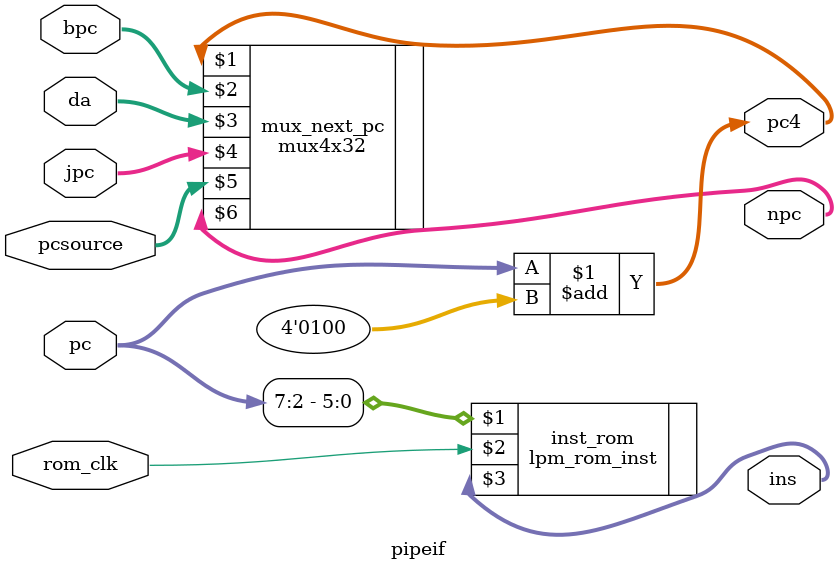
<source format=v>
module pipeif (pcsource,pc,bpc,da,jpc,npc,pc4,ins,rom_clk);   // if state

	input  [31:0] pc,bpc,jpc,da;
	input   [1:0] pcsource;
	input         rom_clk;
	
	output [31:0] npc,pc4,ins; 
	

	wire   [31:0] pc,bpc,jpc,da,npc,pc4,ins;
	wire    [1:0] pcsource;
	wire          rom_clk;

	assign  pc4 = pc + 4'b0100;
	
	// 00->pc+4, 01->branch, 10->jr, 11->jal & j
	mux4x32 mux_next_pc (pc4,bpc,da,jpc,pcsource,npc);
	lpm_rom_inst inst_rom (pc[7:2],rom_clk,ins);

endmodule
	
</source>
